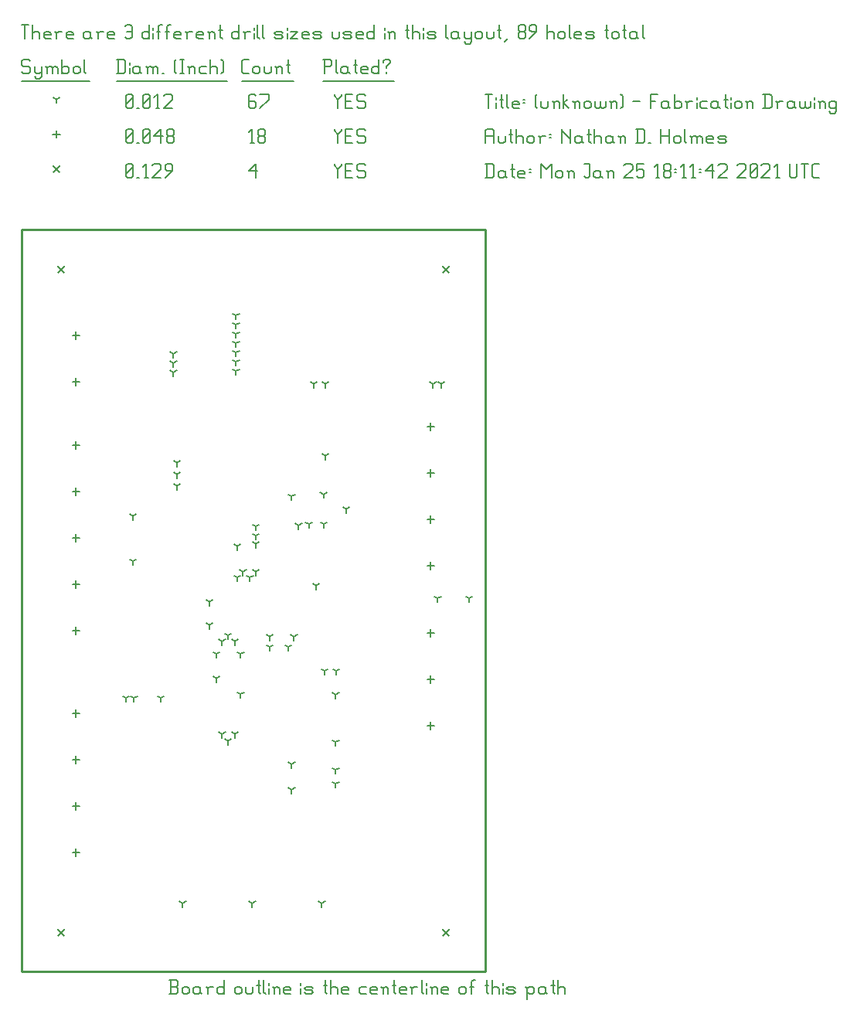
<source format=gbr>
G04 start of page 12 for group -3984 idx -3984 *
G04 Title: (unknown), fab *
G04 Creator: pcb 4.0.2 *
G04 CreationDate: Mon Jan 25 18:11:42 2021 UTC *
G04 For: ndholmes *
G04 Format: Gerber/RS-274X *
G04 PCB-Dimensions (mil): 3000.00 3200.00 *
G04 PCB-Coordinate-Origin: lower left *
%MOIN*%
%FSLAX25Y25*%
%LNFAB*%
%ADD47C,0.0100*%
%ADD46C,0.0060*%
%ADD45C,0.0001*%
G54D45*G36*
X15800Y18766D02*X18766Y15800D01*
X18200Y15234D01*
X15234Y18200D01*
X15800Y18766D01*
G37*
G36*
X15234Y15800D02*X18200Y18766D01*
X18766Y18200D01*
X15800Y15234D01*
X15234Y15800D01*
G37*
G36*
X15800Y304766D02*X18766Y301800D01*
X18200Y301234D01*
X15234Y304200D01*
X15800Y304766D01*
G37*
G36*
X15234Y301800D02*X18200Y304766D01*
X18766Y304200D01*
X15800Y301234D01*
X15234Y301800D01*
G37*
G36*
X181800Y304766D02*X184766Y301800D01*
X184200Y301234D01*
X181234Y304200D01*
X181800Y304766D01*
G37*
G36*
X181234Y301800D02*X184200Y304766D01*
X184766Y304200D01*
X181800Y301234D01*
X181234Y301800D01*
G37*
G36*
X181800Y18766D02*X184766Y15800D01*
X184200Y15234D01*
X181234Y18200D01*
X181800Y18766D01*
G37*
G36*
X181234Y15800D02*X184200Y18766D01*
X184766Y18200D01*
X181800Y15234D01*
X181234Y15800D01*
G37*
G36*
X13800Y348016D02*X16766Y345050D01*
X16200Y344484D01*
X13234Y347450D01*
X13800Y348016D01*
G37*
G36*
X13234Y345050D02*X16200Y348016D01*
X16766Y347450D01*
X13800Y344484D01*
X13234Y345050D01*
G37*
G54D46*X135000Y348500D02*Y347750D01*
X136500Y346250D01*
X138000Y347750D01*
Y348500D02*Y347750D01*
X136500Y346250D02*Y342500D01*
X139800Y345500D02*X142050D01*
X139800Y342500D02*X142800D01*
X139800Y348500D02*Y342500D01*
Y348500D02*X142800D01*
X147600D02*X148350Y347750D01*
X145350Y348500D02*X147600D01*
X144600Y347750D02*X145350Y348500D01*
X144600Y347750D02*Y346250D01*
X145350Y345500D01*
X147600D01*
X148350Y344750D01*
Y343250D01*
X147600Y342500D02*X148350Y343250D01*
X145350Y342500D02*X147600D01*
X144600Y343250D02*X145350Y342500D01*
X98000Y345500D02*X101000Y348500D01*
X98000Y345500D02*X101750D01*
X101000Y348500D02*Y342500D01*
X45000Y343250D02*X45750Y342500D01*
X45000Y347750D02*Y343250D01*
Y347750D02*X45750Y348500D01*
X47250D01*
X48000Y347750D01*
Y343250D01*
X47250Y342500D02*X48000Y343250D01*
X45750Y342500D02*X47250D01*
X45000Y344000D02*X48000Y347000D01*
X49800Y342500D02*X50550D01*
X53100D02*X54600D01*
X53850Y348500D02*Y342500D01*
X52350Y347000D02*X53850Y348500D01*
X56400Y347750D02*X57150Y348500D01*
X59400D01*
X60150Y347750D01*
Y346250D01*
X56400Y342500D02*X60150Y346250D01*
X56400Y342500D02*X60150D01*
X61950D02*X64950Y345500D01*
Y347750D02*Y345500D01*
X64200Y348500D02*X64950Y347750D01*
X62700Y348500D02*X64200D01*
X61950Y347750D02*X62700Y348500D01*
X61950Y347750D02*Y346250D01*
X62700Y345500D01*
X64950D01*
X23500Y228600D02*Y225400D01*
X21900Y227000D02*X25100D01*
X23500Y208600D02*Y205400D01*
X21900Y207000D02*X25100D01*
X23500Y276100D02*Y272900D01*
X21900Y274500D02*X25100D01*
X23500Y256100D02*Y252900D01*
X21900Y254500D02*X25100D01*
X176500Y107600D02*Y104400D01*
X174900Y106000D02*X178100D01*
X176500Y127600D02*Y124400D01*
X174900Y126000D02*X178100D01*
X176500Y147600D02*Y144400D01*
X174900Y146000D02*X178100D01*
X23500Y73100D02*Y69900D01*
X21900Y71500D02*X25100D01*
X23500Y53100D02*Y49900D01*
X21900Y51500D02*X25100D01*
X23500Y113100D02*Y109900D01*
X21900Y111500D02*X25100D01*
X23500Y93100D02*Y89900D01*
X21900Y91500D02*X25100D01*
X23500Y188600D02*Y185400D01*
X21900Y187000D02*X25100D01*
X23500Y168600D02*Y165400D01*
X21900Y167000D02*X25100D01*
X23500Y148600D02*Y145400D01*
X21900Y147000D02*X25100D01*
X176500Y216600D02*Y213400D01*
X174900Y215000D02*X178100D01*
X176500Y236600D02*Y233400D01*
X174900Y235000D02*X178100D01*
X176500Y176600D02*Y173400D01*
X174900Y175000D02*X178100D01*
X176500Y196600D02*Y193400D01*
X174900Y195000D02*X178100D01*
X15000Y362850D02*Y359650D01*
X13400Y361250D02*X16600D01*
X135000Y363500D02*Y362750D01*
X136500Y361250D01*
X138000Y362750D01*
Y363500D02*Y362750D01*
X136500Y361250D02*Y357500D01*
X139800Y360500D02*X142050D01*
X139800Y357500D02*X142800D01*
X139800Y363500D02*Y357500D01*
Y363500D02*X142800D01*
X147600D02*X148350Y362750D01*
X145350Y363500D02*X147600D01*
X144600Y362750D02*X145350Y363500D01*
X144600Y362750D02*Y361250D01*
X145350Y360500D01*
X147600D01*
X148350Y359750D01*
Y358250D01*
X147600Y357500D02*X148350Y358250D01*
X145350Y357500D02*X147600D01*
X144600Y358250D02*X145350Y357500D01*
X98750D02*X100250D01*
X99500Y363500D02*Y357500D01*
X98000Y362000D02*X99500Y363500D01*
X102050Y358250D02*X102800Y357500D01*
X102050Y359750D02*Y358250D01*
Y359750D02*X102800Y360500D01*
X104300D01*
X105050Y359750D01*
Y358250D01*
X104300Y357500D02*X105050Y358250D01*
X102800Y357500D02*X104300D01*
X102050Y361250D02*X102800Y360500D01*
X102050Y362750D02*Y361250D01*
Y362750D02*X102800Y363500D01*
X104300D01*
X105050Y362750D01*
Y361250D01*
X104300Y360500D02*X105050Y361250D01*
X45000Y358250D02*X45750Y357500D01*
X45000Y362750D02*Y358250D01*
Y362750D02*X45750Y363500D01*
X47250D01*
X48000Y362750D01*
Y358250D01*
X47250Y357500D02*X48000Y358250D01*
X45750Y357500D02*X47250D01*
X45000Y359000D02*X48000Y362000D01*
X49800Y357500D02*X50550D01*
X52350Y358250D02*X53100Y357500D01*
X52350Y362750D02*Y358250D01*
Y362750D02*X53100Y363500D01*
X54600D01*
X55350Y362750D01*
Y358250D01*
X54600Y357500D02*X55350Y358250D01*
X53100Y357500D02*X54600D01*
X52350Y359000D02*X55350Y362000D01*
X57150Y360500D02*X60150Y363500D01*
X57150Y360500D02*X60900D01*
X60150Y363500D02*Y357500D01*
X62700Y358250D02*X63450Y357500D01*
X62700Y359750D02*Y358250D01*
Y359750D02*X63450Y360500D01*
X64950D01*
X65700Y359750D01*
Y358250D01*
X64950Y357500D02*X65700Y358250D01*
X63450Y357500D02*X64950D01*
X62700Y361250D02*X63450Y360500D01*
X62700Y362750D02*Y361250D01*
Y362750D02*X63450Y363500D01*
X64950D01*
X65700Y362750D01*
Y361250D01*
X64950Y360500D02*X65700Y361250D01*
X92500Y283000D02*Y281400D01*
Y283000D02*X93887Y283800D01*
X92500Y283000D02*X91113Y283800D01*
X92500Y279000D02*Y277400D01*
Y279000D02*X93887Y279800D01*
X92500Y279000D02*X91113Y279800D01*
X92500Y275000D02*Y273400D01*
Y275000D02*X93887Y275800D01*
X92500Y275000D02*X91113Y275800D01*
X92500Y267000D02*Y265400D01*
Y267000D02*X93887Y267800D01*
X92500Y267000D02*X91113Y267800D01*
X92500Y271000D02*Y269400D01*
Y271000D02*X93887Y271800D01*
X92500Y271000D02*X91113Y271800D01*
X92500Y259000D02*Y257400D01*
Y259000D02*X93887Y259800D01*
X92500Y259000D02*X91113Y259800D01*
X92500Y263000D02*Y261400D01*
Y263000D02*X93887Y263800D01*
X92500Y263000D02*X91113Y263800D01*
X65500Y266500D02*Y264900D01*
Y266500D02*X66887Y267300D01*
X65500Y266500D02*X64113Y267300D01*
X65500Y258500D02*Y256900D01*
Y258500D02*X66887Y259300D01*
X65500Y258500D02*X64113Y259300D01*
X65500Y262500D02*Y260900D01*
Y262500D02*X66887Y263300D01*
X65500Y262500D02*X64113Y263300D01*
X67000Y219500D02*Y217900D01*
Y219500D02*X68387Y220300D01*
X67000Y219500D02*X65613Y220300D01*
X67000Y214500D02*Y212900D01*
Y214500D02*X68387Y215300D01*
X67000Y214500D02*X65613Y215300D01*
X67000Y209500D02*Y207900D01*
Y209500D02*X68387Y210300D01*
X67000Y209500D02*X65613Y210300D01*
X48000Y196500D02*Y194900D01*
Y196500D02*X49387Y197300D01*
X48000Y196500D02*X46613Y197300D01*
X48000Y177000D02*Y175400D01*
Y177000D02*X49387Y177800D01*
X48000Y177000D02*X46613Y177800D01*
X48500Y118000D02*Y116400D01*
Y118000D02*X49887Y118800D01*
X48500Y118000D02*X47113Y118800D01*
X60000Y118000D02*Y116400D01*
Y118000D02*X61387Y118800D01*
X60000Y118000D02*X58613Y118800D01*
X45000Y118000D02*Y116400D01*
Y118000D02*X46387Y118800D01*
X45000Y118000D02*X43613Y118800D01*
X123900Y193000D02*Y191400D01*
Y193000D02*X125287Y193800D01*
X123900Y193000D02*X122513Y193800D01*
X127000Y166500D02*Y164900D01*
Y166500D02*X128387Y167300D01*
X127000Y166500D02*X125613Y167300D01*
X130200Y205900D02*Y204300D01*
Y205900D02*X131587Y206700D01*
X130200Y205900D02*X128813Y206700D01*
X116500Y89500D02*Y87900D01*
Y89500D02*X117887Y90300D01*
X116500Y89500D02*X115113Y90300D01*
X116500Y78500D02*Y76900D01*
Y78500D02*X117887Y79300D01*
X116500Y78500D02*X115113Y79300D01*
X81000Y159500D02*Y157900D01*
Y159500D02*X82387Y160300D01*
X81000Y159500D02*X79613Y160300D01*
X81000Y149500D02*Y147900D01*
Y149500D02*X82387Y150300D01*
X81000Y149500D02*X79613Y150300D01*
X130800Y129700D02*Y128100D01*
Y129700D02*X132187Y130500D01*
X130800Y129700D02*X129413Y130500D01*
X135600Y129700D02*Y128100D01*
Y129700D02*X136987Y130500D01*
X135600Y129700D02*X134213Y130500D01*
X135500Y119500D02*Y117900D01*
Y119500D02*X136887Y120300D01*
X135500Y119500D02*X134113Y120300D01*
X135500Y99000D02*Y97400D01*
Y99000D02*X136887Y99800D01*
X135500Y99000D02*X134113Y99800D01*
X135500Y87000D02*Y85400D01*
Y87000D02*X136887Y87800D01*
X135500Y87000D02*X134113Y87800D01*
X135500Y81000D02*Y79400D01*
Y81000D02*X136887Y81800D01*
X135500Y81000D02*X134113Y81800D01*
X107000Y140000D02*Y138400D01*
Y140000D02*X108387Y140800D01*
X107000Y140000D02*X105613Y140800D01*
X115000Y140000D02*Y138400D01*
Y140000D02*X116387Y140800D01*
X115000Y140000D02*X113613Y140800D01*
X117500Y144500D02*Y142900D01*
Y144500D02*X118887Y145300D01*
X117500Y144500D02*X116113Y145300D01*
X107000Y144500D02*Y142900D01*
Y144500D02*X108387Y145300D01*
X107000Y144500D02*X105613Y145300D01*
X119500Y192500D02*Y190900D01*
Y192500D02*X120887Y193300D01*
X119500Y192500D02*X118113Y193300D01*
X116500Y205000D02*Y203400D01*
Y205000D02*X117887Y205800D01*
X116500Y205000D02*X115113Y205800D01*
X126000Y253500D02*Y251900D01*
Y253500D02*X127387Y254300D01*
X126000Y253500D02*X124613Y254300D01*
X131000Y253500D02*Y251900D01*
Y253500D02*X132387Y254300D01*
X131000Y253500D02*X129613Y254300D01*
X131000Y222500D02*Y220900D01*
Y222500D02*X132387Y223300D01*
X131000Y222500D02*X129613Y223300D01*
X140000Y199500D02*Y197900D01*
Y199500D02*X141387Y200300D01*
X140000Y199500D02*X138613Y200300D01*
X101000Y184500D02*Y182900D01*
Y184500D02*X102387Y185300D01*
X101000Y184500D02*X99613Y185300D01*
X101000Y188000D02*Y186400D01*
Y188000D02*X102387Y188800D01*
X101000Y188000D02*X99613Y188800D01*
X101000Y192000D02*Y190400D01*
Y192000D02*X102387Y192800D01*
X101000Y192000D02*X99613Y192800D01*
X101000Y172500D02*Y170900D01*
Y172500D02*X102387Y173300D01*
X101000Y172500D02*X99613Y173300D01*
X98500Y170000D02*Y168400D01*
Y170000D02*X99887Y170800D01*
X98500Y170000D02*X97113Y170800D01*
X95500Y172500D02*Y170900D01*
Y172500D02*X96887Y173300D01*
X95500Y172500D02*X94113Y173300D01*
X93000Y170000D02*Y168400D01*
Y170000D02*X94387Y170800D01*
X93000Y170000D02*X91613Y170800D01*
X93000Y183500D02*Y181900D01*
Y183500D02*X94387Y184300D01*
X93000Y183500D02*X91613Y184300D01*
X84000Y137000D02*Y135400D01*
Y137000D02*X85387Y137800D01*
X84000Y137000D02*X82613Y137800D01*
X84000Y126500D02*Y124900D01*
Y126500D02*X85387Y127300D01*
X84000Y126500D02*X82613Y127300D01*
X86500Y142500D02*Y140900D01*
Y142500D02*X87887Y143300D01*
X86500Y142500D02*X85113Y143300D01*
X86500Y102500D02*Y100900D01*
Y102500D02*X87887Y103300D01*
X86500Y102500D02*X85113Y103300D01*
X89000Y145000D02*Y143400D01*
Y145000D02*X90387Y145800D01*
X89000Y145000D02*X87613Y145800D01*
X92000Y142500D02*Y140900D01*
Y142500D02*X93387Y143300D01*
X92000Y142500D02*X90613Y143300D01*
X89000Y99500D02*Y97900D01*
Y99500D02*X90387Y100300D01*
X89000Y99500D02*X87613Y100300D01*
X92000Y102500D02*Y100900D01*
Y102500D02*X93387Y103300D01*
X92000Y102500D02*X90613Y103300D01*
X94500Y137000D02*Y135400D01*
Y137000D02*X95887Y137800D01*
X94500Y137000D02*X93113Y137800D01*
X94500Y119700D02*Y118100D01*
Y119700D02*X95887Y120500D01*
X94500Y119700D02*X93113Y120500D01*
X193000Y161000D02*Y159400D01*
Y161000D02*X194387Y161800D01*
X193000Y161000D02*X191613Y161800D01*
X179500Y161000D02*Y159400D01*
Y161000D02*X180887Y161800D01*
X179500Y161000D02*X178113Y161800D01*
X130300Y193000D02*Y191400D01*
Y193000D02*X131687Y193800D01*
X130300Y193000D02*X128913Y193800D01*
X177500Y253500D02*Y251900D01*
Y253500D02*X178887Y254300D01*
X177500Y253500D02*X176113Y254300D01*
X181000Y253500D02*Y251900D01*
Y253500D02*X182387Y254300D01*
X181000Y253500D02*X179613Y254300D01*
X69500Y29500D02*Y27900D01*
Y29500D02*X70887Y30300D01*
X69500Y29500D02*X68113Y30300D01*
X129500Y29500D02*Y27900D01*
Y29500D02*X130887Y30300D01*
X129500Y29500D02*X128113Y30300D01*
X99500Y29500D02*Y27900D01*
Y29500D02*X100887Y30300D01*
X99500Y29500D02*X98113Y30300D01*
X15000Y376250D02*Y374650D01*
Y376250D02*X16387Y377050D01*
X15000Y376250D02*X13613Y377050D01*
X135000Y378500D02*Y377750D01*
X136500Y376250D01*
X138000Y377750D01*
Y378500D02*Y377750D01*
X136500Y376250D02*Y372500D01*
X139800Y375500D02*X142050D01*
X139800Y372500D02*X142800D01*
X139800Y378500D02*Y372500D01*
Y378500D02*X142800D01*
X147600D02*X148350Y377750D01*
X145350Y378500D02*X147600D01*
X144600Y377750D02*X145350Y378500D01*
X144600Y377750D02*Y376250D01*
X145350Y375500D01*
X147600D01*
X148350Y374750D01*
Y373250D01*
X147600Y372500D02*X148350Y373250D01*
X145350Y372500D02*X147600D01*
X144600Y373250D02*X145350Y372500D01*
X100250Y378500D02*X101000Y377750D01*
X98750Y378500D02*X100250D01*
X98000Y377750D02*X98750Y378500D01*
X98000Y377750D02*Y373250D01*
X98750Y372500D01*
X100250Y375500D02*X101000Y374750D01*
X98000Y375500D02*X100250D01*
X98750Y372500D02*X100250D01*
X101000Y373250D01*
Y374750D02*Y373250D01*
X102800Y372500D02*X106550Y376250D01*
Y378500D02*Y376250D01*
X102800Y378500D02*X106550D01*
X45000Y373250D02*X45750Y372500D01*
X45000Y377750D02*Y373250D01*
Y377750D02*X45750Y378500D01*
X47250D01*
X48000Y377750D01*
Y373250D01*
X47250Y372500D02*X48000Y373250D01*
X45750Y372500D02*X47250D01*
X45000Y374000D02*X48000Y377000D01*
X49800Y372500D02*X50550D01*
X52350Y373250D02*X53100Y372500D01*
X52350Y377750D02*Y373250D01*
Y377750D02*X53100Y378500D01*
X54600D01*
X55350Y377750D01*
Y373250D01*
X54600Y372500D02*X55350Y373250D01*
X53100Y372500D02*X54600D01*
X52350Y374000D02*X55350Y377000D01*
X57900Y372500D02*X59400D01*
X58650Y378500D02*Y372500D01*
X57150Y377000D02*X58650Y378500D01*
X61200Y377750D02*X61950Y378500D01*
X64200D01*
X64950Y377750D01*
Y376250D01*
X61200Y372500D02*X64950Y376250D01*
X61200Y372500D02*X64950D01*
X3000Y393500D02*X3750Y392750D01*
X750Y393500D02*X3000D01*
X0Y392750D02*X750Y393500D01*
X0Y392750D02*Y391250D01*
X750Y390500D01*
X3000D01*
X3750Y389750D01*
Y388250D01*
X3000Y387500D02*X3750Y388250D01*
X750Y387500D02*X3000D01*
X0Y388250D02*X750Y387500D01*
X5550Y390500D02*Y388250D01*
X6300Y387500D01*
X8550Y390500D02*Y386000D01*
X7800Y385250D02*X8550Y386000D01*
X6300Y385250D02*X7800D01*
X5550Y386000D02*X6300Y385250D01*
Y387500D02*X7800D01*
X8550Y388250D01*
X11100Y389750D02*Y387500D01*
Y389750D02*X11850Y390500D01*
X12600D01*
X13350Y389750D01*
Y387500D01*
Y389750D02*X14100Y390500D01*
X14850D01*
X15600Y389750D01*
Y387500D01*
X10350Y390500D02*X11100Y389750D01*
X17400Y393500D02*Y387500D01*
Y388250D02*X18150Y387500D01*
X19650D01*
X20400Y388250D01*
Y389750D02*Y388250D01*
X19650Y390500D02*X20400Y389750D01*
X18150Y390500D02*X19650D01*
X17400Y389750D02*X18150Y390500D01*
X22200Y389750D02*Y388250D01*
Y389750D02*X22950Y390500D01*
X24450D01*
X25200Y389750D01*
Y388250D01*
X24450Y387500D02*X25200Y388250D01*
X22950Y387500D02*X24450D01*
X22200Y388250D02*X22950Y387500D01*
X27000Y393500D02*Y388250D01*
X27750Y387500D01*
X0Y384250D02*X29250D01*
X41750Y393500D02*Y387500D01*
X44000Y393500D02*X44750Y392750D01*
Y388250D01*
X44000Y387500D02*X44750Y388250D01*
X41000Y387500D02*X44000D01*
X41000Y393500D02*X44000D01*
X46550Y392000D02*Y391250D01*
Y389750D02*Y387500D01*
X50300Y390500D02*X51050Y389750D01*
X48800Y390500D02*X50300D01*
X48050Y389750D02*X48800Y390500D01*
X48050Y389750D02*Y388250D01*
X48800Y387500D01*
X51050Y390500D02*Y388250D01*
X51800Y387500D01*
X48800D02*X50300D01*
X51050Y388250D01*
X54350Y389750D02*Y387500D01*
Y389750D02*X55100Y390500D01*
X55850D01*
X56600Y389750D01*
Y387500D01*
Y389750D02*X57350Y390500D01*
X58100D01*
X58850Y389750D01*
Y387500D01*
X53600Y390500D02*X54350Y389750D01*
X60650Y387500D02*X61400D01*
X65900Y388250D02*X66650Y387500D01*
X65900Y392750D02*X66650Y393500D01*
X65900Y392750D02*Y388250D01*
X68450Y393500D02*X69950D01*
X69200D02*Y387500D01*
X68450D02*X69950D01*
X72500Y389750D02*Y387500D01*
Y389750D02*X73250Y390500D01*
X74000D01*
X74750Y389750D01*
Y387500D01*
X71750Y390500D02*X72500Y389750D01*
X77300Y390500D02*X79550D01*
X76550Y389750D02*X77300Y390500D01*
X76550Y389750D02*Y388250D01*
X77300Y387500D01*
X79550D01*
X81350Y393500D02*Y387500D01*
Y389750D02*X82100Y390500D01*
X83600D01*
X84350Y389750D01*
Y387500D01*
X86150Y393500D02*X86900Y392750D01*
Y388250D01*
X86150Y387500D02*X86900Y388250D01*
X41000Y384250D02*X88700D01*
X95750Y387500D02*X98000D01*
X95000Y388250D02*X95750Y387500D01*
X95000Y392750D02*Y388250D01*
Y392750D02*X95750Y393500D01*
X98000D01*
X99800Y389750D02*Y388250D01*
Y389750D02*X100550Y390500D01*
X102050D01*
X102800Y389750D01*
Y388250D01*
X102050Y387500D02*X102800Y388250D01*
X100550Y387500D02*X102050D01*
X99800Y388250D02*X100550Y387500D01*
X104600Y390500D02*Y388250D01*
X105350Y387500D01*
X106850D01*
X107600Y388250D01*
Y390500D02*Y388250D01*
X110150Y389750D02*Y387500D01*
Y389750D02*X110900Y390500D01*
X111650D01*
X112400Y389750D01*
Y387500D01*
X109400Y390500D02*X110150Y389750D01*
X114950Y393500D02*Y388250D01*
X115700Y387500D01*
X114200Y391250D02*X115700D01*
X95000Y384250D02*X117200D01*
X130750Y393500D02*Y387500D01*
X130000Y393500D02*X133000D01*
X133750Y392750D01*
Y391250D01*
X133000Y390500D02*X133750Y391250D01*
X130750Y390500D02*X133000D01*
X135550Y393500D02*Y388250D01*
X136300Y387500D01*
X140050Y390500D02*X140800Y389750D01*
X138550Y390500D02*X140050D01*
X137800Y389750D02*X138550Y390500D01*
X137800Y389750D02*Y388250D01*
X138550Y387500D01*
X140800Y390500D02*Y388250D01*
X141550Y387500D01*
X138550D02*X140050D01*
X140800Y388250D01*
X144100Y393500D02*Y388250D01*
X144850Y387500D01*
X143350Y391250D02*X144850D01*
X147100Y387500D02*X149350D01*
X146350Y388250D02*X147100Y387500D01*
X146350Y389750D02*Y388250D01*
Y389750D02*X147100Y390500D01*
X148600D01*
X149350Y389750D01*
X146350Y389000D02*X149350D01*
Y389750D02*Y389000D01*
X154150Y393500D02*Y387500D01*
X153400D02*X154150Y388250D01*
X151900Y387500D02*X153400D01*
X151150Y388250D02*X151900Y387500D01*
X151150Y389750D02*Y388250D01*
Y389750D02*X151900Y390500D01*
X153400D01*
X154150Y389750D01*
X157450Y390500D02*Y389750D01*
Y388250D02*Y387500D01*
X155950Y392750D02*Y392000D01*
Y392750D02*X156700Y393500D01*
X158200D01*
X158950Y392750D01*
Y392000D01*
X157450Y390500D02*X158950Y392000D01*
X130000Y384250D02*X160750D01*
X0Y408500D02*X3000D01*
X1500D02*Y402500D01*
X4800Y408500D02*Y402500D01*
Y404750D02*X5550Y405500D01*
X7050D01*
X7800Y404750D01*
Y402500D01*
X10350D02*X12600D01*
X9600Y403250D02*X10350Y402500D01*
X9600Y404750D02*Y403250D01*
Y404750D02*X10350Y405500D01*
X11850D01*
X12600Y404750D01*
X9600Y404000D02*X12600D01*
Y404750D02*Y404000D01*
X15150Y404750D02*Y402500D01*
Y404750D02*X15900Y405500D01*
X17400D01*
X14400D02*X15150Y404750D01*
X19950Y402500D02*X22200D01*
X19200Y403250D02*X19950Y402500D01*
X19200Y404750D02*Y403250D01*
Y404750D02*X19950Y405500D01*
X21450D01*
X22200Y404750D01*
X19200Y404000D02*X22200D01*
Y404750D02*Y404000D01*
X28950Y405500D02*X29700Y404750D01*
X27450Y405500D02*X28950D01*
X26700Y404750D02*X27450Y405500D01*
X26700Y404750D02*Y403250D01*
X27450Y402500D01*
X29700Y405500D02*Y403250D01*
X30450Y402500D01*
X27450D02*X28950D01*
X29700Y403250D01*
X33000Y404750D02*Y402500D01*
Y404750D02*X33750Y405500D01*
X35250D01*
X32250D02*X33000Y404750D01*
X37800Y402500D02*X40050D01*
X37050Y403250D02*X37800Y402500D01*
X37050Y404750D02*Y403250D01*
Y404750D02*X37800Y405500D01*
X39300D01*
X40050Y404750D01*
X37050Y404000D02*X40050D01*
Y404750D02*Y404000D01*
X44550Y407750D02*X45300Y408500D01*
X46800D01*
X47550Y407750D01*
Y403250D01*
X46800Y402500D02*X47550Y403250D01*
X45300Y402500D02*X46800D01*
X44550Y403250D02*X45300Y402500D01*
Y405500D02*X47550D01*
X55050Y408500D02*Y402500D01*
X54300D02*X55050Y403250D01*
X52800Y402500D02*X54300D01*
X52050Y403250D02*X52800Y402500D01*
X52050Y404750D02*Y403250D01*
Y404750D02*X52800Y405500D01*
X54300D01*
X55050Y404750D01*
X56850Y407000D02*Y406250D01*
Y404750D02*Y402500D01*
X59100Y407750D02*Y402500D01*
Y407750D02*X59850Y408500D01*
X60600D01*
X58350Y405500D02*X59850D01*
X62850Y407750D02*Y402500D01*
Y407750D02*X63600Y408500D01*
X64350D01*
X62100Y405500D02*X63600D01*
X66600Y402500D02*X68850D01*
X65850Y403250D02*X66600Y402500D01*
X65850Y404750D02*Y403250D01*
Y404750D02*X66600Y405500D01*
X68100D01*
X68850Y404750D01*
X65850Y404000D02*X68850D01*
Y404750D02*Y404000D01*
X71400Y404750D02*Y402500D01*
Y404750D02*X72150Y405500D01*
X73650D01*
X70650D02*X71400Y404750D01*
X76200Y402500D02*X78450D01*
X75450Y403250D02*X76200Y402500D01*
X75450Y404750D02*Y403250D01*
Y404750D02*X76200Y405500D01*
X77700D01*
X78450Y404750D01*
X75450Y404000D02*X78450D01*
Y404750D02*Y404000D01*
X81000Y404750D02*Y402500D01*
Y404750D02*X81750Y405500D01*
X82500D01*
X83250Y404750D01*
Y402500D01*
X80250Y405500D02*X81000Y404750D01*
X85800Y408500D02*Y403250D01*
X86550Y402500D01*
X85050Y406250D02*X86550D01*
X93750Y408500D02*Y402500D01*
X93000D02*X93750Y403250D01*
X91500Y402500D02*X93000D01*
X90750Y403250D02*X91500Y402500D01*
X90750Y404750D02*Y403250D01*
Y404750D02*X91500Y405500D01*
X93000D01*
X93750Y404750D01*
X96300D02*Y402500D01*
Y404750D02*X97050Y405500D01*
X98550D01*
X95550D02*X96300Y404750D01*
X100350Y407000D02*Y406250D01*
Y404750D02*Y402500D01*
X101850Y408500D02*Y403250D01*
X102600Y402500D01*
X104100Y408500D02*Y403250D01*
X104850Y402500D01*
X109800D02*X112050D01*
X112800Y403250D01*
X112050Y404000D02*X112800Y403250D01*
X109800Y404000D02*X112050D01*
X109050Y404750D02*X109800Y404000D01*
X109050Y404750D02*X109800Y405500D01*
X112050D01*
X112800Y404750D01*
X109050Y403250D02*X109800Y402500D01*
X114600Y407000D02*Y406250D01*
Y404750D02*Y402500D01*
X116100Y405500D02*X119100D01*
X116100Y402500D02*X119100Y405500D01*
X116100Y402500D02*X119100D01*
X121650D02*X123900D01*
X120900Y403250D02*X121650Y402500D01*
X120900Y404750D02*Y403250D01*
Y404750D02*X121650Y405500D01*
X123150D01*
X123900Y404750D01*
X120900Y404000D02*X123900D01*
Y404750D02*Y404000D01*
X126450Y402500D02*X128700D01*
X129450Y403250D01*
X128700Y404000D02*X129450Y403250D01*
X126450Y404000D02*X128700D01*
X125700Y404750D02*X126450Y404000D01*
X125700Y404750D02*X126450Y405500D01*
X128700D01*
X129450Y404750D01*
X125700Y403250D02*X126450Y402500D01*
X133950Y405500D02*Y403250D01*
X134700Y402500D01*
X136200D01*
X136950Y403250D01*
Y405500D02*Y403250D01*
X139500Y402500D02*X141750D01*
X142500Y403250D01*
X141750Y404000D02*X142500Y403250D01*
X139500Y404000D02*X141750D01*
X138750Y404750D02*X139500Y404000D01*
X138750Y404750D02*X139500Y405500D01*
X141750D01*
X142500Y404750D01*
X138750Y403250D02*X139500Y402500D01*
X145050D02*X147300D01*
X144300Y403250D02*X145050Y402500D01*
X144300Y404750D02*Y403250D01*
Y404750D02*X145050Y405500D01*
X146550D01*
X147300Y404750D01*
X144300Y404000D02*X147300D01*
Y404750D02*Y404000D01*
X152100Y408500D02*Y402500D01*
X151350D02*X152100Y403250D01*
X149850Y402500D02*X151350D01*
X149100Y403250D02*X149850Y402500D01*
X149100Y404750D02*Y403250D01*
Y404750D02*X149850Y405500D01*
X151350D01*
X152100Y404750D01*
X156600Y407000D02*Y406250D01*
Y404750D02*Y402500D01*
X158850Y404750D02*Y402500D01*
Y404750D02*X159600Y405500D01*
X160350D01*
X161100Y404750D01*
Y402500D01*
X158100Y405500D02*X158850Y404750D01*
X166350Y408500D02*Y403250D01*
X167100Y402500D01*
X165600Y406250D02*X167100D01*
X168600Y408500D02*Y402500D01*
Y404750D02*X169350Y405500D01*
X170850D01*
X171600Y404750D01*
Y402500D01*
X173400Y407000D02*Y406250D01*
Y404750D02*Y402500D01*
X175650D02*X177900D01*
X178650Y403250D01*
X177900Y404000D02*X178650Y403250D01*
X175650Y404000D02*X177900D01*
X174900Y404750D02*X175650Y404000D01*
X174900Y404750D02*X175650Y405500D01*
X177900D01*
X178650Y404750D01*
X174900Y403250D02*X175650Y402500D01*
X183150Y408500D02*Y403250D01*
X183900Y402500D01*
X187650Y405500D02*X188400Y404750D01*
X186150Y405500D02*X187650D01*
X185400Y404750D02*X186150Y405500D01*
X185400Y404750D02*Y403250D01*
X186150Y402500D01*
X188400Y405500D02*Y403250D01*
X189150Y402500D01*
X186150D02*X187650D01*
X188400Y403250D01*
X190950Y405500D02*Y403250D01*
X191700Y402500D01*
X193950Y405500D02*Y401000D01*
X193200Y400250D02*X193950Y401000D01*
X191700Y400250D02*X193200D01*
X190950Y401000D02*X191700Y400250D01*
Y402500D02*X193200D01*
X193950Y403250D01*
X195750Y404750D02*Y403250D01*
Y404750D02*X196500Y405500D01*
X198000D01*
X198750Y404750D01*
Y403250D01*
X198000Y402500D02*X198750Y403250D01*
X196500Y402500D02*X198000D01*
X195750Y403250D02*X196500Y402500D01*
X200550Y405500D02*Y403250D01*
X201300Y402500D01*
X202800D01*
X203550Y403250D01*
Y405500D02*Y403250D01*
X206100Y408500D02*Y403250D01*
X206850Y402500D01*
X205350Y406250D02*X206850D01*
X208350Y401000D02*X209850Y402500D01*
X214350Y403250D02*X215100Y402500D01*
X214350Y404750D02*Y403250D01*
Y404750D02*X215100Y405500D01*
X216600D01*
X217350Y404750D01*
Y403250D01*
X216600Y402500D02*X217350Y403250D01*
X215100Y402500D02*X216600D01*
X214350Y406250D02*X215100Y405500D01*
X214350Y407750D02*Y406250D01*
Y407750D02*X215100Y408500D01*
X216600D01*
X217350Y407750D01*
Y406250D01*
X216600Y405500D02*X217350Y406250D01*
X219150Y402500D02*X222150Y405500D01*
Y407750D02*Y405500D01*
X221400Y408500D02*X222150Y407750D01*
X219900Y408500D02*X221400D01*
X219150Y407750D02*X219900Y408500D01*
X219150Y407750D02*Y406250D01*
X219900Y405500D01*
X222150D01*
X226650Y408500D02*Y402500D01*
Y404750D02*X227400Y405500D01*
X228900D01*
X229650Y404750D01*
Y402500D01*
X231450Y404750D02*Y403250D01*
Y404750D02*X232200Y405500D01*
X233700D01*
X234450Y404750D01*
Y403250D01*
X233700Y402500D02*X234450Y403250D01*
X232200Y402500D02*X233700D01*
X231450Y403250D02*X232200Y402500D01*
X236250Y408500D02*Y403250D01*
X237000Y402500D01*
X239250D02*X241500D01*
X238500Y403250D02*X239250Y402500D01*
X238500Y404750D02*Y403250D01*
Y404750D02*X239250Y405500D01*
X240750D01*
X241500Y404750D01*
X238500Y404000D02*X241500D01*
Y404750D02*Y404000D01*
X244050Y402500D02*X246300D01*
X247050Y403250D01*
X246300Y404000D02*X247050Y403250D01*
X244050Y404000D02*X246300D01*
X243300Y404750D02*X244050Y404000D01*
X243300Y404750D02*X244050Y405500D01*
X246300D01*
X247050Y404750D01*
X243300Y403250D02*X244050Y402500D01*
X252300Y408500D02*Y403250D01*
X253050Y402500D01*
X251550Y406250D02*X253050D01*
X254550Y404750D02*Y403250D01*
Y404750D02*X255300Y405500D01*
X256800D01*
X257550Y404750D01*
Y403250D01*
X256800Y402500D02*X257550Y403250D01*
X255300Y402500D02*X256800D01*
X254550Y403250D02*X255300Y402500D01*
X260100Y408500D02*Y403250D01*
X260850Y402500D01*
X259350Y406250D02*X260850D01*
X264600Y405500D02*X265350Y404750D01*
X263100Y405500D02*X264600D01*
X262350Y404750D02*X263100Y405500D01*
X262350Y404750D02*Y403250D01*
X263100Y402500D01*
X265350Y405500D02*Y403250D01*
X266100Y402500D01*
X263100D02*X264600D01*
X265350Y403250D01*
X267900Y408500D02*Y403250D01*
X268650Y402500D01*
G54D47*X0Y0D02*X200000D01*
Y320000D01*
X0D01*
Y0D01*
G54D46*X63675Y-9500D02*X66675D01*
X67425Y-8750D01*
Y-7250D02*Y-8750D01*
X66675Y-6500D02*X67425Y-7250D01*
X64425Y-6500D02*X66675D01*
X64425Y-3500D02*Y-9500D01*
X63675Y-3500D02*X66675D01*
X67425Y-4250D01*
Y-5750D01*
X66675Y-6500D02*X67425Y-5750D01*
X69225Y-7250D02*Y-8750D01*
Y-7250D02*X69975Y-6500D01*
X71475D01*
X72225Y-7250D01*
Y-8750D01*
X71475Y-9500D02*X72225Y-8750D01*
X69975Y-9500D02*X71475D01*
X69225Y-8750D02*X69975Y-9500D01*
X76275Y-6500D02*X77025Y-7250D01*
X74775Y-6500D02*X76275D01*
X74025Y-7250D02*X74775Y-6500D01*
X74025Y-7250D02*Y-8750D01*
X74775Y-9500D01*
X77025Y-6500D02*Y-8750D01*
X77775Y-9500D01*
X74775D02*X76275D01*
X77025Y-8750D01*
X80325Y-7250D02*Y-9500D01*
Y-7250D02*X81075Y-6500D01*
X82575D01*
X79575D02*X80325Y-7250D01*
X87375Y-3500D02*Y-9500D01*
X86625D02*X87375Y-8750D01*
X85125Y-9500D02*X86625D01*
X84375Y-8750D02*X85125Y-9500D01*
X84375Y-7250D02*Y-8750D01*
Y-7250D02*X85125Y-6500D01*
X86625D01*
X87375Y-7250D01*
X91875D02*Y-8750D01*
Y-7250D02*X92625Y-6500D01*
X94125D01*
X94875Y-7250D01*
Y-8750D01*
X94125Y-9500D02*X94875Y-8750D01*
X92625Y-9500D02*X94125D01*
X91875Y-8750D02*X92625Y-9500D01*
X96675Y-6500D02*Y-8750D01*
X97425Y-9500D01*
X98925D01*
X99675Y-8750D01*
Y-6500D02*Y-8750D01*
X102225Y-3500D02*Y-8750D01*
X102975Y-9500D01*
X101475Y-5750D02*X102975D01*
X104475Y-3500D02*Y-8750D01*
X105225Y-9500D01*
X106725Y-5000D02*Y-5750D01*
Y-7250D02*Y-9500D01*
X108975Y-7250D02*Y-9500D01*
Y-7250D02*X109725Y-6500D01*
X110475D01*
X111225Y-7250D01*
Y-9500D01*
X108225Y-6500D02*X108975Y-7250D01*
X113775Y-9500D02*X116025D01*
X113025Y-8750D02*X113775Y-9500D01*
X113025Y-7250D02*Y-8750D01*
Y-7250D02*X113775Y-6500D01*
X115275D01*
X116025Y-7250D01*
X113025Y-8000D02*X116025D01*
Y-7250D02*Y-8000D01*
X120525Y-5000D02*Y-5750D01*
Y-7250D02*Y-9500D01*
X122775D02*X125025D01*
X125775Y-8750D01*
X125025Y-8000D02*X125775Y-8750D01*
X122775Y-8000D02*X125025D01*
X122025Y-7250D02*X122775Y-8000D01*
X122025Y-7250D02*X122775Y-6500D01*
X125025D01*
X125775Y-7250D01*
X122025Y-8750D02*X122775Y-9500D01*
X131025Y-3500D02*Y-8750D01*
X131775Y-9500D01*
X130275Y-5750D02*X131775D01*
X133275Y-3500D02*Y-9500D01*
Y-7250D02*X134025Y-6500D01*
X135525D01*
X136275Y-7250D01*
Y-9500D01*
X138825D02*X141075D01*
X138075Y-8750D02*X138825Y-9500D01*
X138075Y-7250D02*Y-8750D01*
Y-7250D02*X138825Y-6500D01*
X140325D01*
X141075Y-7250D01*
X138075Y-8000D02*X141075D01*
Y-7250D02*Y-8000D01*
X146325Y-6500D02*X148575D01*
X145575Y-7250D02*X146325Y-6500D01*
X145575Y-7250D02*Y-8750D01*
X146325Y-9500D01*
X148575D01*
X151125D02*X153375D01*
X150375Y-8750D02*X151125Y-9500D01*
X150375Y-7250D02*Y-8750D01*
Y-7250D02*X151125Y-6500D01*
X152625D01*
X153375Y-7250D01*
X150375Y-8000D02*X153375D01*
Y-7250D02*Y-8000D01*
X155925Y-7250D02*Y-9500D01*
Y-7250D02*X156675Y-6500D01*
X157425D01*
X158175Y-7250D01*
Y-9500D01*
X155175Y-6500D02*X155925Y-7250D01*
X160725Y-3500D02*Y-8750D01*
X161475Y-9500D01*
X159975Y-5750D02*X161475D01*
X163725Y-9500D02*X165975D01*
X162975Y-8750D02*X163725Y-9500D01*
X162975Y-7250D02*Y-8750D01*
Y-7250D02*X163725Y-6500D01*
X165225D01*
X165975Y-7250D01*
X162975Y-8000D02*X165975D01*
Y-7250D02*Y-8000D01*
X168525Y-7250D02*Y-9500D01*
Y-7250D02*X169275Y-6500D01*
X170775D01*
X167775D02*X168525Y-7250D01*
X172575Y-3500D02*Y-8750D01*
X173325Y-9500D01*
X174825Y-5000D02*Y-5750D01*
Y-7250D02*Y-9500D01*
X177075Y-7250D02*Y-9500D01*
Y-7250D02*X177825Y-6500D01*
X178575D01*
X179325Y-7250D01*
Y-9500D01*
X176325Y-6500D02*X177075Y-7250D01*
X181875Y-9500D02*X184125D01*
X181125Y-8750D02*X181875Y-9500D01*
X181125Y-7250D02*Y-8750D01*
Y-7250D02*X181875Y-6500D01*
X183375D01*
X184125Y-7250D01*
X181125Y-8000D02*X184125D01*
Y-7250D02*Y-8000D01*
X188625Y-7250D02*Y-8750D01*
Y-7250D02*X189375Y-6500D01*
X190875D01*
X191625Y-7250D01*
Y-8750D01*
X190875Y-9500D02*X191625Y-8750D01*
X189375Y-9500D02*X190875D01*
X188625Y-8750D02*X189375Y-9500D01*
X194175Y-4250D02*Y-9500D01*
Y-4250D02*X194925Y-3500D01*
X195675D01*
X193425Y-6500D02*X194925D01*
X200625Y-3500D02*Y-8750D01*
X201375Y-9500D01*
X199875Y-5750D02*X201375D01*
X202875Y-3500D02*Y-9500D01*
Y-7250D02*X203625Y-6500D01*
X205125D01*
X205875Y-7250D01*
Y-9500D01*
X207675Y-5000D02*Y-5750D01*
Y-7250D02*Y-9500D01*
X209925D02*X212175D01*
X212925Y-8750D01*
X212175Y-8000D02*X212925Y-8750D01*
X209925Y-8000D02*X212175D01*
X209175Y-7250D02*X209925Y-8000D01*
X209175Y-7250D02*X209925Y-6500D01*
X212175D01*
X212925Y-7250D01*
X209175Y-8750D02*X209925Y-9500D01*
X218175Y-7250D02*Y-11750D01*
X217425Y-6500D02*X218175Y-7250D01*
X218925Y-6500D01*
X220425D01*
X221175Y-7250D01*
Y-8750D01*
X220425Y-9500D02*X221175Y-8750D01*
X218925Y-9500D02*X220425D01*
X218175Y-8750D02*X218925Y-9500D01*
X225225Y-6500D02*X225975Y-7250D01*
X223725Y-6500D02*X225225D01*
X222975Y-7250D02*X223725Y-6500D01*
X222975Y-7250D02*Y-8750D01*
X223725Y-9500D01*
X225975Y-6500D02*Y-8750D01*
X226725Y-9500D01*
X223725D02*X225225D01*
X225975Y-8750D01*
X229275Y-3500D02*Y-8750D01*
X230025Y-9500D01*
X228525Y-5750D02*X230025D01*
X231525Y-3500D02*Y-9500D01*
Y-7250D02*X232275Y-6500D01*
X233775D01*
X234525Y-7250D01*
Y-9500D01*
X200750Y348500D02*Y342500D01*
X203000Y348500D02*X203750Y347750D01*
Y343250D01*
X203000Y342500D02*X203750Y343250D01*
X200000Y342500D02*X203000D01*
X200000Y348500D02*X203000D01*
X207800Y345500D02*X208550Y344750D01*
X206300Y345500D02*X207800D01*
X205550Y344750D02*X206300Y345500D01*
X205550Y344750D02*Y343250D01*
X206300Y342500D01*
X208550Y345500D02*Y343250D01*
X209300Y342500D01*
X206300D02*X207800D01*
X208550Y343250D01*
X211850Y348500D02*Y343250D01*
X212600Y342500D01*
X211100Y346250D02*X212600D01*
X214850Y342500D02*X217100D01*
X214100Y343250D02*X214850Y342500D01*
X214100Y344750D02*Y343250D01*
Y344750D02*X214850Y345500D01*
X216350D01*
X217100Y344750D01*
X214100Y344000D02*X217100D01*
Y344750D02*Y344000D01*
X218900Y346250D02*X219650D01*
X218900Y344750D02*X219650D01*
X224150Y348500D02*Y342500D01*
Y348500D02*X226400Y346250D01*
X228650Y348500D01*
Y342500D01*
X230450Y344750D02*Y343250D01*
Y344750D02*X231200Y345500D01*
X232700D01*
X233450Y344750D01*
Y343250D01*
X232700Y342500D02*X233450Y343250D01*
X231200Y342500D02*X232700D01*
X230450Y343250D02*X231200Y342500D01*
X236000Y344750D02*Y342500D01*
Y344750D02*X236750Y345500D01*
X237500D01*
X238250Y344750D01*
Y342500D01*
X235250Y345500D02*X236000Y344750D01*
X242750Y348500D02*X245000D01*
Y343250D01*
X244250Y342500D02*X245000Y343250D01*
X243500Y342500D02*X244250D01*
X242750Y343250D02*X243500Y342500D01*
X249050Y345500D02*X249800Y344750D01*
X247550Y345500D02*X249050D01*
X246800Y344750D02*X247550Y345500D01*
X246800Y344750D02*Y343250D01*
X247550Y342500D01*
X249800Y345500D02*Y343250D01*
X250550Y342500D01*
X247550D02*X249050D01*
X249800Y343250D01*
X253100Y344750D02*Y342500D01*
Y344750D02*X253850Y345500D01*
X254600D01*
X255350Y344750D01*
Y342500D01*
X252350Y345500D02*X253100Y344750D01*
X259850Y347750D02*X260600Y348500D01*
X262850D01*
X263600Y347750D01*
Y346250D01*
X259850Y342500D02*X263600Y346250D01*
X259850Y342500D02*X263600D01*
X265400Y348500D02*X268400D01*
X265400D02*Y345500D01*
X266150Y346250D01*
X267650D01*
X268400Y345500D01*
Y343250D01*
X267650Y342500D02*X268400Y343250D01*
X266150Y342500D02*X267650D01*
X265400Y343250D02*X266150Y342500D01*
X273650D02*X275150D01*
X274400Y348500D02*Y342500D01*
X272900Y347000D02*X274400Y348500D01*
X276950Y343250D02*X277700Y342500D01*
X276950Y344750D02*Y343250D01*
Y344750D02*X277700Y345500D01*
X279200D01*
X279950Y344750D01*
Y343250D01*
X279200Y342500D02*X279950Y343250D01*
X277700Y342500D02*X279200D01*
X276950Y346250D02*X277700Y345500D01*
X276950Y347750D02*Y346250D01*
Y347750D02*X277700Y348500D01*
X279200D01*
X279950Y347750D01*
Y346250D01*
X279200Y345500D02*X279950Y346250D01*
X281750D02*X282500D01*
X281750Y344750D02*X282500D01*
X285050Y342500D02*X286550D01*
X285800Y348500D02*Y342500D01*
X284300Y347000D02*X285800Y348500D01*
X289100Y342500D02*X290600D01*
X289850Y348500D02*Y342500D01*
X288350Y347000D02*X289850Y348500D01*
X292400Y346250D02*X293150D01*
X292400Y344750D02*X293150D01*
X294950Y345500D02*X297950Y348500D01*
X294950Y345500D02*X298700D01*
X297950Y348500D02*Y342500D01*
X300500Y347750D02*X301250Y348500D01*
X303500D01*
X304250Y347750D01*
Y346250D01*
X300500Y342500D02*X304250Y346250D01*
X300500Y342500D02*X304250D01*
X308750Y347750D02*X309500Y348500D01*
X311750D01*
X312500Y347750D01*
Y346250D01*
X308750Y342500D02*X312500Y346250D01*
X308750Y342500D02*X312500D01*
X314300Y343250D02*X315050Y342500D01*
X314300Y347750D02*Y343250D01*
Y347750D02*X315050Y348500D01*
X316550D01*
X317300Y347750D01*
Y343250D01*
X316550Y342500D02*X317300Y343250D01*
X315050Y342500D02*X316550D01*
X314300Y344000D02*X317300Y347000D01*
X319100Y347750D02*X319850Y348500D01*
X322100D01*
X322850Y347750D01*
Y346250D01*
X319100Y342500D02*X322850Y346250D01*
X319100Y342500D02*X322850D01*
X325400D02*X326900D01*
X326150Y348500D02*Y342500D01*
X324650Y347000D02*X326150Y348500D01*
X331400D02*Y343250D01*
X332150Y342500D01*
X333650D01*
X334400Y343250D01*
Y348500D02*Y343250D01*
X336200Y348500D02*X339200D01*
X337700D02*Y342500D01*
X341750D02*X344000D01*
X341000Y343250D02*X341750Y342500D01*
X341000Y347750D02*Y343250D01*
Y347750D02*X341750Y348500D01*
X344000D01*
X200000Y362750D02*Y357500D01*
Y362750D02*X200750Y363500D01*
X203000D01*
X203750Y362750D01*
Y357500D01*
X200000Y360500D02*X203750D01*
X205550D02*Y358250D01*
X206300Y357500D01*
X207800D01*
X208550Y358250D01*
Y360500D02*Y358250D01*
X211100Y363500D02*Y358250D01*
X211850Y357500D01*
X210350Y361250D02*X211850D01*
X213350Y363500D02*Y357500D01*
Y359750D02*X214100Y360500D01*
X215600D01*
X216350Y359750D01*
Y357500D01*
X218150Y359750D02*Y358250D01*
Y359750D02*X218900Y360500D01*
X220400D01*
X221150Y359750D01*
Y358250D01*
X220400Y357500D02*X221150Y358250D01*
X218900Y357500D02*X220400D01*
X218150Y358250D02*X218900Y357500D01*
X223700Y359750D02*Y357500D01*
Y359750D02*X224450Y360500D01*
X225950D01*
X222950D02*X223700Y359750D01*
X227750Y361250D02*X228500D01*
X227750Y359750D02*X228500D01*
X233000Y363500D02*Y357500D01*
Y363500D02*Y362750D01*
X236750Y359000D01*
Y363500D02*Y357500D01*
X240800Y360500D02*X241550Y359750D01*
X239300Y360500D02*X240800D01*
X238550Y359750D02*X239300Y360500D01*
X238550Y359750D02*Y358250D01*
X239300Y357500D01*
X241550Y360500D02*Y358250D01*
X242300Y357500D01*
X239300D02*X240800D01*
X241550Y358250D01*
X244850Y363500D02*Y358250D01*
X245600Y357500D01*
X244100Y361250D02*X245600D01*
X247100Y363500D02*Y357500D01*
Y359750D02*X247850Y360500D01*
X249350D01*
X250100Y359750D01*
Y357500D01*
X254150Y360500D02*X254900Y359750D01*
X252650Y360500D02*X254150D01*
X251900Y359750D02*X252650Y360500D01*
X251900Y359750D02*Y358250D01*
X252650Y357500D01*
X254900Y360500D02*Y358250D01*
X255650Y357500D01*
X252650D02*X254150D01*
X254900Y358250D01*
X258200Y359750D02*Y357500D01*
Y359750D02*X258950Y360500D01*
X259700D01*
X260450Y359750D01*
Y357500D01*
X257450Y360500D02*X258200Y359750D01*
X265700Y363500D02*Y357500D01*
X267950Y363500D02*X268700Y362750D01*
Y358250D01*
X267950Y357500D02*X268700Y358250D01*
X264950Y357500D02*X267950D01*
X264950Y363500D02*X267950D01*
X270500Y357500D02*X271250D01*
X275750Y363500D02*Y357500D01*
X279500Y363500D02*Y357500D01*
X275750Y360500D02*X279500D01*
X281300Y359750D02*Y358250D01*
Y359750D02*X282050Y360500D01*
X283550D01*
X284300Y359750D01*
Y358250D01*
X283550Y357500D02*X284300Y358250D01*
X282050Y357500D02*X283550D01*
X281300Y358250D02*X282050Y357500D01*
X286100Y363500D02*Y358250D01*
X286850Y357500D01*
X289100Y359750D02*Y357500D01*
Y359750D02*X289850Y360500D01*
X290600D01*
X291350Y359750D01*
Y357500D01*
Y359750D02*X292100Y360500D01*
X292850D01*
X293600Y359750D01*
Y357500D01*
X288350Y360500D02*X289100Y359750D01*
X296150Y357500D02*X298400D01*
X295400Y358250D02*X296150Y357500D01*
X295400Y359750D02*Y358250D01*
Y359750D02*X296150Y360500D01*
X297650D01*
X298400Y359750D01*
X295400Y359000D02*X298400D01*
Y359750D02*Y359000D01*
X300950Y357500D02*X303200D01*
X303950Y358250D01*
X303200Y359000D02*X303950Y358250D01*
X300950Y359000D02*X303200D01*
X300200Y359750D02*X300950Y359000D01*
X300200Y359750D02*X300950Y360500D01*
X303200D01*
X303950Y359750D01*
X300200Y358250D02*X300950Y357500D01*
X200000Y378500D02*X203000D01*
X201500D02*Y372500D01*
X204800Y377000D02*Y376250D01*
Y374750D02*Y372500D01*
X207050Y378500D02*Y373250D01*
X207800Y372500D01*
X206300Y376250D02*X207800D01*
X209300Y378500D02*Y373250D01*
X210050Y372500D01*
X212300D02*X214550D01*
X211550Y373250D02*X212300Y372500D01*
X211550Y374750D02*Y373250D01*
Y374750D02*X212300Y375500D01*
X213800D01*
X214550Y374750D01*
X211550Y374000D02*X214550D01*
Y374750D02*Y374000D01*
X216350Y376250D02*X217100D01*
X216350Y374750D02*X217100D01*
X221600Y373250D02*X222350Y372500D01*
X221600Y377750D02*X222350Y378500D01*
X221600Y377750D02*Y373250D01*
X224150Y375500D02*Y373250D01*
X224900Y372500D01*
X226400D01*
X227150Y373250D01*
Y375500D02*Y373250D01*
X229700Y374750D02*Y372500D01*
Y374750D02*X230450Y375500D01*
X231200D01*
X231950Y374750D01*
Y372500D01*
X228950Y375500D02*X229700Y374750D01*
X233750Y378500D02*Y372500D01*
Y374750D02*X236000Y372500D01*
X233750Y374750D02*X235250Y376250D01*
X238550Y374750D02*Y372500D01*
Y374750D02*X239300Y375500D01*
X240050D01*
X240800Y374750D01*
Y372500D01*
X237800Y375500D02*X238550Y374750D01*
X242600D02*Y373250D01*
Y374750D02*X243350Y375500D01*
X244850D01*
X245600Y374750D01*
Y373250D01*
X244850Y372500D02*X245600Y373250D01*
X243350Y372500D02*X244850D01*
X242600Y373250D02*X243350Y372500D01*
X247400Y375500D02*Y373250D01*
X248150Y372500D01*
X248900D01*
X249650Y373250D01*
Y375500D02*Y373250D01*
X250400Y372500D01*
X251150D01*
X251900Y373250D01*
Y375500D02*Y373250D01*
X254450Y374750D02*Y372500D01*
Y374750D02*X255200Y375500D01*
X255950D01*
X256700Y374750D01*
Y372500D01*
X253700Y375500D02*X254450Y374750D01*
X258500Y378500D02*X259250Y377750D01*
Y373250D01*
X258500Y372500D02*X259250Y373250D01*
X263750Y375500D02*X266750D01*
X271250Y378500D02*Y372500D01*
Y378500D02*X274250D01*
X271250Y375500D02*X273500D01*
X278300D02*X279050Y374750D01*
X276800Y375500D02*X278300D01*
X276050Y374750D02*X276800Y375500D01*
X276050Y374750D02*Y373250D01*
X276800Y372500D01*
X279050Y375500D02*Y373250D01*
X279800Y372500D01*
X276800D02*X278300D01*
X279050Y373250D01*
X281600Y378500D02*Y372500D01*
Y373250D02*X282350Y372500D01*
X283850D01*
X284600Y373250D01*
Y374750D02*Y373250D01*
X283850Y375500D02*X284600Y374750D01*
X282350Y375500D02*X283850D01*
X281600Y374750D02*X282350Y375500D01*
X287150Y374750D02*Y372500D01*
Y374750D02*X287900Y375500D01*
X289400D01*
X286400D02*X287150Y374750D01*
X291200Y377000D02*Y376250D01*
Y374750D02*Y372500D01*
X293450Y375500D02*X295700D01*
X292700Y374750D02*X293450Y375500D01*
X292700Y374750D02*Y373250D01*
X293450Y372500D01*
X295700D01*
X299750Y375500D02*X300500Y374750D01*
X298250Y375500D02*X299750D01*
X297500Y374750D02*X298250Y375500D01*
X297500Y374750D02*Y373250D01*
X298250Y372500D01*
X300500Y375500D02*Y373250D01*
X301250Y372500D01*
X298250D02*X299750D01*
X300500Y373250D01*
X303800Y378500D02*Y373250D01*
X304550Y372500D01*
X303050Y376250D02*X304550D01*
X306050Y377000D02*Y376250D01*
Y374750D02*Y372500D01*
X307550Y374750D02*Y373250D01*
Y374750D02*X308300Y375500D01*
X309800D01*
X310550Y374750D01*
Y373250D01*
X309800Y372500D02*X310550Y373250D01*
X308300Y372500D02*X309800D01*
X307550Y373250D02*X308300Y372500D01*
X313100Y374750D02*Y372500D01*
Y374750D02*X313850Y375500D01*
X314600D01*
X315350Y374750D01*
Y372500D01*
X312350Y375500D02*X313100Y374750D01*
X320600Y378500D02*Y372500D01*
X322850Y378500D02*X323600Y377750D01*
Y373250D01*
X322850Y372500D02*X323600Y373250D01*
X319850Y372500D02*X322850D01*
X319850Y378500D02*X322850D01*
X326150Y374750D02*Y372500D01*
Y374750D02*X326900Y375500D01*
X328400D01*
X325400D02*X326150Y374750D01*
X332450Y375500D02*X333200Y374750D01*
X330950Y375500D02*X332450D01*
X330200Y374750D02*X330950Y375500D01*
X330200Y374750D02*Y373250D01*
X330950Y372500D01*
X333200Y375500D02*Y373250D01*
X333950Y372500D01*
X330950D02*X332450D01*
X333200Y373250D01*
X335750Y375500D02*Y373250D01*
X336500Y372500D01*
X337250D01*
X338000Y373250D01*
Y375500D02*Y373250D01*
X338750Y372500D01*
X339500D01*
X340250Y373250D01*
Y375500D02*Y373250D01*
X342050Y377000D02*Y376250D01*
Y374750D02*Y372500D01*
X344300Y374750D02*Y372500D01*
Y374750D02*X345050Y375500D01*
X345800D01*
X346550Y374750D01*
Y372500D01*
X343550Y375500D02*X344300Y374750D01*
X350600Y375500D02*X351350Y374750D01*
X349100Y375500D02*X350600D01*
X348350Y374750D02*X349100Y375500D01*
X348350Y374750D02*Y373250D01*
X349100Y372500D01*
X350600D01*
X351350Y373250D01*
X348350Y371000D02*X349100Y370250D01*
X350600D01*
X351350Y371000D01*
Y375500D02*Y371000D01*
M02*

</source>
